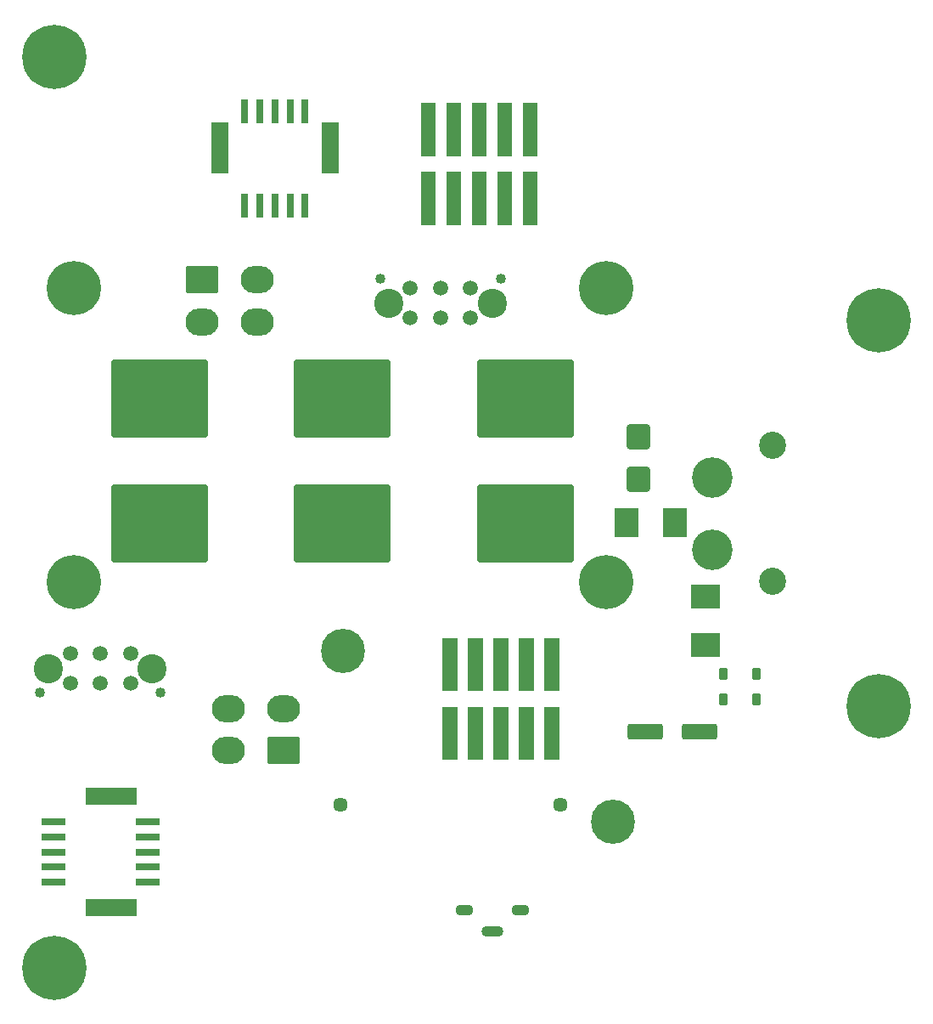
<source format=gbr>
%TF.GenerationSoftware,KiCad,Pcbnew,7.0.7*%
%TF.CreationDate,2024-02-15T16:38:16+01:00*%
%TF.ProjectId,nav_lower_controller,6e61765f-6c6f-4776-9572-5f636f6e7472,1*%
%TF.SameCoordinates,Original*%
%TF.FileFunction,Soldermask,Bot*%
%TF.FilePolarity,Negative*%
%FSLAX46Y46*%
G04 Gerber Fmt 4.6, Leading zero omitted, Abs format (unit mm)*
G04 Created by KiCad (PCBNEW 7.0.7) date 2024-02-15 16:38:16*
%MOMM*%
%LPD*%
G01*
G04 APERTURE LIST*
G04 Aperture macros list*
%AMRoundRect*
0 Rectangle with rounded corners*
0 $1 Rounding radius*
0 $2 $3 $4 $5 $6 $7 $8 $9 X,Y pos of 4 corners*
0 Add a 4 corners polygon primitive as box body*
4,1,4,$2,$3,$4,$5,$6,$7,$8,$9,$2,$3,0*
0 Add four circle primitives for the rounded corners*
1,1,$1+$1,$2,$3*
1,1,$1+$1,$4,$5*
1,1,$1+$1,$6,$7*
1,1,$1+$1,$8,$9*
0 Add four rect primitives between the rounded corners*
20,1,$1+$1,$2,$3,$4,$5,0*
20,1,$1+$1,$4,$5,$6,$7,0*
20,1,$1+$1,$6,$7,$8,$9,0*
20,1,$1+$1,$8,$9,$2,$3,0*%
G04 Aperture macros list end*
%ADD10C,0.010000*%
%ADD11O,1.800000X1.100000*%
%ADD12O,2.200000X1.100000*%
%ADD13C,4.400000*%
%ADD14C,0.800000*%
%ADD15C,6.400000*%
%ADD16C,1.450000*%
%ADD17C,5.400000*%
%ADD18C,4.050000*%
%ADD19C,2.700000*%
%ADD20RoundRect,0.249998X4.550002X-3.650002X4.550002X3.650002X-4.550002X3.650002X-4.550002X-3.650002X0*%
%ADD21R,3.000000X2.400000*%
%ADD22RoundRect,0.250000X0.900000X-1.000000X0.900000X1.000000X-0.900000X1.000000X-0.900000X-1.000000X0*%
%ADD23RoundRect,0.250001X-1.399999X1.099999X-1.399999X-1.099999X1.399999X-1.099999X1.399999X1.099999X0*%
%ADD24O,3.300000X2.700000*%
%ADD25R,2.450000X0.800000*%
%ADD26R,5.050000X1.800000*%
%ADD27C,1.020000*%
%ADD28C,1.520000*%
%ADD29C,2.910000*%
%ADD30RoundRect,0.225000X-0.225000X-0.375000X0.225000X-0.375000X0.225000X0.375000X-0.225000X0.375000X0*%
%ADD31R,2.400000X3.000000*%
%ADD32RoundRect,0.250000X1.500000X0.550000X-1.500000X0.550000X-1.500000X-0.550000X1.500000X-0.550000X0*%
%ADD33RoundRect,0.250001X1.399999X-1.099999X1.399999X1.099999X-1.399999X1.099999X-1.399999X-1.099999X0*%
%ADD34R,0.800000X2.450000*%
%ADD35R,1.800000X5.050000*%
G04 APERTURE END LIST*
%TO.C,J5*%
D10*
X143456000Y-59571000D02*
X142084000Y-59571000D01*
X142084000Y-54389000D01*
X143456000Y-54389000D01*
X143456000Y-59571000D01*
G36*
X143456000Y-59571000D02*
G01*
X142084000Y-59571000D01*
X142084000Y-54389000D01*
X143456000Y-54389000D01*
X143456000Y-59571000D01*
G37*
X143456000Y-66429000D02*
X142084000Y-66429000D01*
X142084000Y-61247000D01*
X143456000Y-61247000D01*
X143456000Y-66429000D01*
G36*
X143456000Y-66429000D02*
G01*
X142084000Y-66429000D01*
X142084000Y-61247000D01*
X143456000Y-61247000D01*
X143456000Y-66429000D01*
G37*
X145996000Y-59571000D02*
X144624000Y-59571000D01*
X144624000Y-54389000D01*
X145996000Y-54389000D01*
X145996000Y-59571000D01*
G36*
X145996000Y-59571000D02*
G01*
X144624000Y-59571000D01*
X144624000Y-54389000D01*
X145996000Y-54389000D01*
X145996000Y-59571000D01*
G37*
X145996000Y-66429000D02*
X144624000Y-66429000D01*
X144624000Y-61247000D01*
X145996000Y-61247000D01*
X145996000Y-66429000D01*
G36*
X145996000Y-66429000D02*
G01*
X144624000Y-66429000D01*
X144624000Y-61247000D01*
X145996000Y-61247000D01*
X145996000Y-66429000D01*
G37*
X148536000Y-59571000D02*
X147164000Y-59571000D01*
X147164000Y-54389000D01*
X148536000Y-54389000D01*
X148536000Y-59571000D01*
G36*
X148536000Y-59571000D02*
G01*
X147164000Y-59571000D01*
X147164000Y-54389000D01*
X148536000Y-54389000D01*
X148536000Y-59571000D01*
G37*
X148536000Y-66429000D02*
X147164000Y-66429000D01*
X147164000Y-61247000D01*
X148536000Y-61247000D01*
X148536000Y-66429000D01*
G36*
X148536000Y-66429000D02*
G01*
X147164000Y-66429000D01*
X147164000Y-61247000D01*
X148536000Y-61247000D01*
X148536000Y-66429000D01*
G37*
X151076000Y-59571000D02*
X149704000Y-59571000D01*
X149704000Y-54389000D01*
X151076000Y-54389000D01*
X151076000Y-59571000D01*
G36*
X151076000Y-59571000D02*
G01*
X149704000Y-59571000D01*
X149704000Y-54389000D01*
X151076000Y-54389000D01*
X151076000Y-59571000D01*
G37*
X151076000Y-66429000D02*
X149704000Y-66429000D01*
X149704000Y-61247000D01*
X151076000Y-61247000D01*
X151076000Y-66429000D01*
G36*
X151076000Y-66429000D02*
G01*
X149704000Y-66429000D01*
X149704000Y-61247000D01*
X151076000Y-61247000D01*
X151076000Y-66429000D01*
G37*
X153616000Y-59571000D02*
X152244000Y-59571000D01*
X152244000Y-54389000D01*
X153616000Y-54389000D01*
X153616000Y-59571000D01*
G36*
X153616000Y-59571000D02*
G01*
X152244000Y-59571000D01*
X152244000Y-54389000D01*
X153616000Y-54389000D01*
X153616000Y-59571000D01*
G37*
X153616000Y-66429000D02*
X152244000Y-66429000D01*
X152244000Y-61247000D01*
X153616000Y-61247000D01*
X153616000Y-66429000D01*
G36*
X153616000Y-66429000D02*
G01*
X152244000Y-66429000D01*
X152244000Y-61247000D01*
X153616000Y-61247000D01*
X153616000Y-66429000D01*
G37*
%TO.C,J7*%
X145606000Y-112871000D02*
X144234000Y-112871000D01*
X144234000Y-107689000D01*
X145606000Y-107689000D01*
X145606000Y-112871000D01*
G36*
X145606000Y-112871000D02*
G01*
X144234000Y-112871000D01*
X144234000Y-107689000D01*
X145606000Y-107689000D01*
X145606000Y-112871000D01*
G37*
X145606000Y-119729000D02*
X144234000Y-119729000D01*
X144234000Y-114547000D01*
X145606000Y-114547000D01*
X145606000Y-119729000D01*
G36*
X145606000Y-119729000D02*
G01*
X144234000Y-119729000D01*
X144234000Y-114547000D01*
X145606000Y-114547000D01*
X145606000Y-119729000D01*
G37*
X148146000Y-112871000D02*
X146774000Y-112871000D01*
X146774000Y-107689000D01*
X148146000Y-107689000D01*
X148146000Y-112871000D01*
G36*
X148146000Y-112871000D02*
G01*
X146774000Y-112871000D01*
X146774000Y-107689000D01*
X148146000Y-107689000D01*
X148146000Y-112871000D01*
G37*
X148146000Y-119729000D02*
X146774000Y-119729000D01*
X146774000Y-114547000D01*
X148146000Y-114547000D01*
X148146000Y-119729000D01*
G36*
X148146000Y-119729000D02*
G01*
X146774000Y-119729000D01*
X146774000Y-114547000D01*
X148146000Y-114547000D01*
X148146000Y-119729000D01*
G37*
X150686000Y-112871000D02*
X149314000Y-112871000D01*
X149314000Y-107689000D01*
X150686000Y-107689000D01*
X150686000Y-112871000D01*
G36*
X150686000Y-112871000D02*
G01*
X149314000Y-112871000D01*
X149314000Y-107689000D01*
X150686000Y-107689000D01*
X150686000Y-112871000D01*
G37*
X150686000Y-119729000D02*
X149314000Y-119729000D01*
X149314000Y-114547000D01*
X150686000Y-114547000D01*
X150686000Y-119729000D01*
G36*
X150686000Y-119729000D02*
G01*
X149314000Y-119729000D01*
X149314000Y-114547000D01*
X150686000Y-114547000D01*
X150686000Y-119729000D01*
G37*
X153226000Y-112871000D02*
X151854000Y-112871000D01*
X151854000Y-107689000D01*
X153226000Y-107689000D01*
X153226000Y-112871000D01*
G36*
X153226000Y-112871000D02*
G01*
X151854000Y-112871000D01*
X151854000Y-107689000D01*
X153226000Y-107689000D01*
X153226000Y-112871000D01*
G37*
X153226000Y-119729000D02*
X151854000Y-119729000D01*
X151854000Y-114547000D01*
X153226000Y-114547000D01*
X153226000Y-119729000D01*
G36*
X153226000Y-119729000D02*
G01*
X151854000Y-119729000D01*
X151854000Y-114547000D01*
X153226000Y-114547000D01*
X153226000Y-119729000D01*
G37*
X155766000Y-112871000D02*
X154394000Y-112871000D01*
X154394000Y-107689000D01*
X155766000Y-107689000D01*
X155766000Y-112871000D01*
G36*
X155766000Y-112871000D02*
G01*
X154394000Y-112871000D01*
X154394000Y-107689000D01*
X155766000Y-107689000D01*
X155766000Y-112871000D01*
G37*
X155766000Y-119729000D02*
X154394000Y-119729000D01*
X154394000Y-114547000D01*
X155766000Y-114547000D01*
X155766000Y-119729000D01*
G36*
X155766000Y-119729000D02*
G01*
X154394000Y-119729000D01*
X154394000Y-114547000D01*
X155766000Y-114547000D01*
X155766000Y-119729000D01*
G37*
%TD*%
D11*
%TO.C,J11*%
X146400000Y-134750000D03*
D12*
X149200000Y-136900000D03*
D11*
X152000000Y-134750000D03*
%TD*%
D13*
%TO.C,H9*%
X161250000Y-126000000D03*
%TD*%
D14*
%TO.C,H5*%
X103100000Y-49750000D03*
X103802944Y-48052944D03*
X103802944Y-51447056D03*
X105500000Y-47350000D03*
D15*
X105500000Y-49750000D03*
D14*
X105500000Y-52150000D03*
X107197056Y-48052944D03*
X107197056Y-51447056D03*
X107900000Y-49750000D03*
%TD*%
D13*
%TO.C,H10*%
X134250000Y-109000000D03*
%TD*%
D16*
%TO.C,J10*%
X134000000Y-124250000D03*
X156000000Y-124250000D03*
%TD*%
D14*
%TO.C,H3*%
X105425000Y-102100000D03*
X106018109Y-100668109D03*
X106018109Y-103531891D03*
X107450000Y-100075000D03*
D17*
X107450000Y-102100000D03*
D14*
X107450000Y-104125000D03*
X108881891Y-100668109D03*
X108881891Y-103531891D03*
X109475000Y-102100000D03*
%TD*%
%TO.C,H7*%
X103100000Y-140500000D03*
X103802944Y-138802944D03*
X103802944Y-142197056D03*
X105500000Y-138100000D03*
D15*
X105500000Y-140500000D03*
D14*
X105500000Y-142900000D03*
X107197056Y-138802944D03*
X107197056Y-142197056D03*
X107900000Y-140500000D03*
%TD*%
%TO.C,H2*%
X158525000Y-72800000D03*
X159118109Y-71368109D03*
X159118109Y-74231891D03*
X160550000Y-70775000D03*
D17*
X160550000Y-72800000D03*
D14*
X160550000Y-74825000D03*
X161981891Y-71368109D03*
X161981891Y-74231891D03*
X162575000Y-72800000D03*
%TD*%
%TO.C,H4*%
X158525000Y-102100000D03*
X159118109Y-100668109D03*
X159118109Y-103531891D03*
X160550000Y-100075000D03*
D17*
X160550000Y-102100000D03*
D14*
X160550000Y-104125000D03*
X161981891Y-100668109D03*
X161981891Y-103531891D03*
X162575000Y-102100000D03*
%TD*%
D18*
%TO.C,J1*%
X171087500Y-91650000D03*
X171087500Y-98850000D03*
D19*
X177087500Y-102000000D03*
X177087500Y-88500000D03*
%TD*%
D14*
%TO.C,H8*%
X185350000Y-114500000D03*
X186052944Y-112802944D03*
X186052944Y-116197056D03*
X187750000Y-112100000D03*
D15*
X187750000Y-114500000D03*
D14*
X187750000Y-116900000D03*
X189447056Y-112802944D03*
X189447056Y-116197056D03*
X190150000Y-114500000D03*
%TD*%
%TO.C,H1*%
X105425000Y-72800000D03*
X106018109Y-71368109D03*
X106018109Y-74231891D03*
X107450000Y-70775000D03*
D17*
X107450000Y-72800000D03*
D14*
X107450000Y-74825000D03*
X108881891Y-71368109D03*
X108881891Y-74231891D03*
X109475000Y-72800000D03*
%TD*%
%TO.C,H6*%
X185350000Y-76000000D03*
X186052944Y-74302944D03*
X186052944Y-77697056D03*
X187750000Y-73600000D03*
D15*
X187750000Y-76000000D03*
D14*
X187750000Y-78400000D03*
X189447056Y-74302944D03*
X189447056Y-77697056D03*
X190150000Y-76000000D03*
%TD*%
D20*
%TO.C,C1*%
X134200000Y-96300000D03*
X134200000Y-83800000D03*
%TD*%
D21*
%TO.C,F2*%
X170400000Y-103540000D03*
X170400000Y-108400000D03*
%TD*%
D22*
%TO.C,D1*%
X163750000Y-91900000D03*
X163750000Y-87600000D03*
%TD*%
D20*
%TO.C,C3*%
X116000000Y-96300000D03*
X116000000Y-83800000D03*
%TD*%
D23*
%TO.C,J15*%
X120250000Y-72000000D03*
D24*
X120250000Y-76200000D03*
X125750000Y-72000000D03*
X125750000Y-76200000D03*
%TD*%
D25*
%TO.C,J8*%
X105400000Y-126000000D03*
X114800000Y-126000000D03*
X105400000Y-127500000D03*
X114800000Y-127500000D03*
X105400000Y-129000000D03*
X114800000Y-129000000D03*
X105400000Y-130500000D03*
X114800000Y-130500000D03*
X105400000Y-132000000D03*
X114800000Y-132000000D03*
D26*
X111200000Y-134530000D03*
X111200000Y-123470000D03*
%TD*%
D27*
%TO.C,J9*%
X104100000Y-113140000D03*
X116100000Y-113140000D03*
D28*
X113100000Y-109200000D03*
X110100000Y-109200000D03*
X107100000Y-109200000D03*
X113100000Y-112200000D03*
X110100000Y-112200000D03*
X107100000Y-112200000D03*
D29*
X115250000Y-110700000D03*
X104950000Y-110700000D03*
%TD*%
D30*
%TO.C,D4*%
X172250000Y-113800000D03*
X175550000Y-113800000D03*
%TD*%
D31*
%TO.C,F1*%
X167430000Y-96200000D03*
X162570000Y-96200000D03*
%TD*%
D32*
%TO.C,C8*%
X169850000Y-117000000D03*
X164450000Y-117000000D03*
%TD*%
D33*
%TO.C,J12*%
X128400000Y-118900000D03*
D24*
X128400000Y-114700000D03*
X122900000Y-118900000D03*
X122900000Y-114700000D03*
%TD*%
D27*
%TO.C,J13*%
X150000000Y-71860000D03*
X138000000Y-71860000D03*
D28*
X141000000Y-75800000D03*
X144000000Y-75800000D03*
X147000000Y-75800000D03*
X141000000Y-72800000D03*
X144000000Y-72800000D03*
X147000000Y-72800000D03*
D29*
X138850000Y-74300000D03*
X149150000Y-74300000D03*
%TD*%
D20*
%TO.C,C2*%
X152500000Y-96300000D03*
X152500000Y-83800000D03*
%TD*%
D34*
%TO.C,J14*%
X124500000Y-64637500D03*
X124500000Y-55237500D03*
X126000000Y-64637500D03*
X126000000Y-55237500D03*
X127500000Y-64637500D03*
X127500000Y-55237500D03*
X129000000Y-64637500D03*
X129000000Y-55237500D03*
X130500000Y-64637500D03*
X130500000Y-55237500D03*
D35*
X133030000Y-58837500D03*
X121970000Y-58837500D03*
%TD*%
D30*
%TO.C,D3*%
X172250000Y-111250000D03*
X175550000Y-111250000D03*
%TD*%
M02*

</source>
